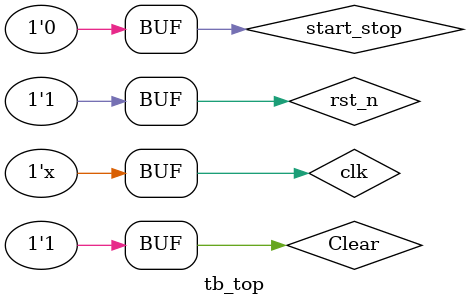
<source format=v>
`timescale 1ns / 1ps


module tb_top();
    // Parameters

    //Ports
    reg clk;
    reg rst_n;
    reg Clear;
    reg start_stop;
    wire [5:0] sm_bit;
    wire [7:0] sm_seg;

    top  top_inst (
        .clk(clk),
        .rst_n(rst_n),
        .Clear(Clear),
        .start_stop(start_stop),
        .sm_bit(sm_bit),
        .sm_seg(sm_seg)
    );
    
    initial begin
        clk = 1'b0;
        rst_n = 1'b0;
        Clear = 1'b1;
        start_stop = 1'b1;
        #100;
        rst_n = 1'b1;
        #500;
        start_stop = 1'b0;
    end

    always #5  clk <= ! clk ;

endmodule

</source>
